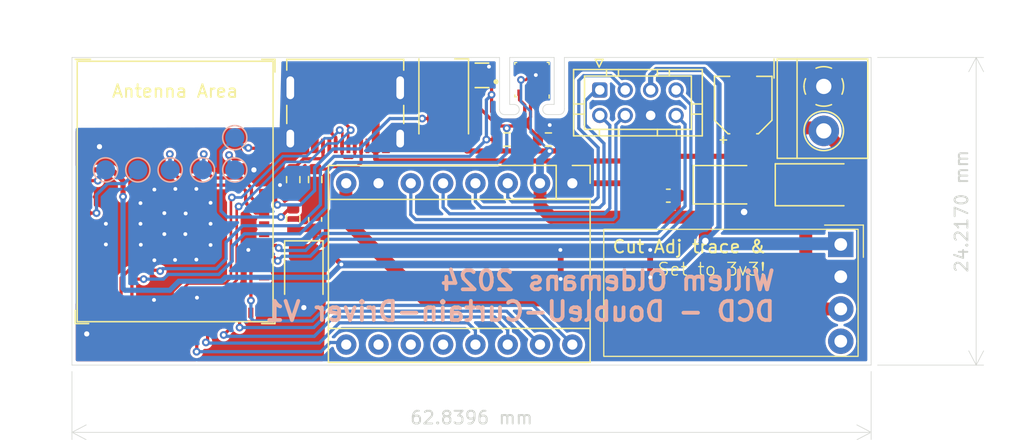
<source format=kicad_pcb>
(kicad_pcb
	(version 20240108)
	(generator "pcbnew")
	(generator_version "8.0")
	(general
		(thickness 1.6)
		(legacy_teardrops no)
	)
	(paper "A4")
	(layers
		(0 "F.Cu" signal)
		(31 "B.Cu" signal)
		(32 "B.Adhes" user "B.Adhesive")
		(33 "F.Adhes" user "F.Adhesive")
		(34 "B.Paste" user)
		(35 "F.Paste" user)
		(36 "B.SilkS" user "B.Silkscreen")
		(37 "F.SilkS" user "F.Silkscreen")
		(38 "B.Mask" user)
		(39 "F.Mask" user)
		(40 "Dwgs.User" user "User.Drawings")
		(41 "Cmts.User" user "User.Comments")
		(42 "Eco1.User" user "User.Eco1")
		(43 "Eco2.User" user "User.Eco2")
		(44 "Edge.Cuts" user)
		(45 "Margin" user)
		(46 "B.CrtYd" user "B.Courtyard")
		(47 "F.CrtYd" user "F.Courtyard")
		(48 "B.Fab" user)
		(49 "F.Fab" user)
		(50 "User.1" user)
		(51 "User.2" user)
		(52 "User.3" user)
		(53 "User.4" user)
		(54 "User.5" user)
		(55 "User.6" user)
		(56 "User.7" user)
		(57 "User.8" user)
		(58 "User.9" user)
	)
	(setup
		(stackup
			(layer "F.SilkS"
				(type "Top Silk Screen")
				(color "Black")
			)
			(layer "F.Paste"
				(type "Top Solder Paste")
			)
			(layer "F.Mask"
				(type "Top Solder Mask")
				(color "#FFFFFFFF")
				(thickness 0.01)
			)
			(layer "F.Cu"
				(type "copper")
				(thickness 0.035)
			)
			(layer "dielectric 1"
				(type "core")
				(thickness 1.51)
				(material "FR4")
				(epsilon_r 4.5)
				(loss_tangent 0.02)
			)
			(layer "B.Cu"
				(type "copper")
				(thickness 0.035)
			)
			(layer "B.Mask"
				(type "Bottom Solder Mask")
				(color "#FFFFFFFF")
				(thickness 0.01)
			)
			(layer "B.Paste"
				(type "Bottom Solder Paste")
			)
			(layer "B.SilkS"
				(type "Bottom Silk Screen")
				(color "Black")
			)
			(copper_finish "None")
			(dielectric_constraints no)
		)
		(pad_to_mask_clearance 0)
		(allow_soldermask_bridges_in_footprints no)
		(pcbplotparams
			(layerselection 0x00010fc_ffffffff)
			(plot_on_all_layers_selection 0x0000000_00000000)
			(disableapertmacros no)
			(usegerberextensions no)
			(usegerberattributes yes)
			(usegerberadvancedattributes yes)
			(creategerberjobfile yes)
			(dashed_line_dash_ratio 12.000000)
			(dashed_line_gap_ratio 3.000000)
			(svgprecision 4)
			(plotframeref no)
			(viasonmask no)
			(mode 1)
			(useauxorigin no)
			(hpglpennumber 1)
			(hpglpenspeed 20)
			(hpglpendiameter 15.000000)
			(pdf_front_fp_property_popups yes)
			(pdf_back_fp_property_popups yes)
			(dxfpolygonmode yes)
			(dxfimperialunits yes)
			(dxfusepcbnewfont yes)
			(psnegative no)
			(psa4output no)
			(plotreference yes)
			(plotvalue yes)
			(plotfptext yes)
			(plotinvisibletext no)
			(sketchpadsonfab no)
			(subtractmaskfromsilk no)
			(outputformat 1)
			(mirror no)
			(drillshape 1)
			(scaleselection 1)
			(outputdirectory "")
		)
	)
	(net 0 "")
	(net 1 "/STEP_STP")
	(net 2 "GND")
	(net 3 "/STEP_1A")
	(net 4 "/STEP_EN")
	(net 5 "+3V3")
	(net 6 "unconnected-(D1-DOUT-Pad1)")
	(net 7 "/LED_DATA")
	(net 8 "/STEP_1B")
	(net 9 "/STEP_2A")
	(net 10 "unconnected-(U1-IO7-Pad11)")
	(net 11 "unconnected-(U1-IO6-Pad10)")
	(net 12 "unconnected-(A1-MS2-Pad11)")
	(net 13 "/STEP_RST")
	(net 14 "/STEP_2B")
	(net 15 "unconnected-(A1-MS3-Pad12)")
	(net 16 "/STEP_DIR")
	(net 17 "/STEP_SLEEP")
	(net 18 "unconnected-(A1-MS1-Pad10)")
	(net 19 "/USB_N")
	(net 20 "/USB_P")
	(net 21 "+12V")
	(net 22 "/HAL_PULSE")
	(net 23 "/HAL_DIR")
	(net 24 "VBUS")
	(net 25 "unconnected-(U1-IO8-Pad12)")
	(net 26 "unconnected-(U1-IO9-Pad13)")
	(net 27 "unconnected-(U1-IO11-Pad15)")
	(net 28 "unconnected-(U1-IO1-Pad5)")
	(net 29 "unconnected-(U1-IO2-Pad6)")
	(net 30 "unconnected-(U1-IO13-Pad17)")
	(net 31 "unconnected-(U1-IO10-Pad14)")
	(net 32 "unconnected-(U1-IO5-Pad9)")
	(net 33 "unconnected-(U1-IO4-Pad8)")
	(net 34 "unconnected-(U1-IO36-Pad32)")
	(net 35 "/SDA")
	(net 36 "/TXD")
	(net 37 "/SCL")
	(net 38 "unconnected-(U1-IO35-Pad31)")
	(net 39 "unconnected-(U1-IO48-Pad30)")
	(net 40 "/RXD")
	(net 41 "unconnected-(U1-IO16-Pad20)")
	(net 42 "/GPIO0")
	(net 43 "unconnected-(U1-IO17-Pad21)")
	(net 44 "unconnected-(U1-IO47-Pad27)")
	(net 45 "unconnected-(U1-IO37-Pad33)")
	(net 46 "/GPIO46")
	(net 47 "unconnected-(U5-SDO-Pad5)")
	(net 48 "/GPIO3")
	(net 49 "unconnected-(U1-IO12-Pad16)")
	(net 50 "/EN")
	(net 51 "unconnected-(U4-NC-Pad4)")
	(net 52 "unconnected-(U4-INT-Pad2)")
	(net 53 "unconnected-(U1-IO18-Pad22)")
	(net 54 "unconnected-(U1-IO42-Pad38)")
	(net 55 "Net-(J5-CC2)")
	(net 56 "Net-(J5-CC1)")
	(net 57 "unconnected-(J5-SBU2-PadB8)")
	(net 58 "unconnected-(J5-SBU1-PadA8)")
	(net 59 "unconnected-(PS1-EN-Pad4)")
	(net 60 "unconnected-(U1-IO41-Pad37)")
	(footprint "TerminalBlock_4Ucon:TerminalBlock_4Ucon_1x02_P3.50mm_Horizontal" (layer "F.Cu") (at 140.2939 69.629 -90))
	(footprint "Connector_USB:USB_C_Receptacle_Molex_217179" (layer "F.Cu") (at 102.6668 71.006 180))
	(footprint "Module:Regulator module_3v3V_3A_THT" (layer "F.Cu") (at 132.9944 85.8774))
	(footprint "Resistor_SMD:R_0603_1608Metric" (layer "F.Cu") (at 115.3922 73.8124))
	(footprint "Capacitor_Tantalum_SMD:CP_EIA-3528-21_Kemet-B" (layer "F.Cu") (at 99.41 84.2425 -90))
	(footprint "Resistor_SMD:R_0603_1608Metric" (layer "F.Cu") (at 118.6434 73.8124))
	(footprint "Resistor_SMD:R_0603_1608Metric" (layer "F.Cu") (at 98.5774 80.0608 -90))
	(footprint "Capacitor_Tantalum_SMD:CP_EIA-3528-21_Kemet-B" (layer "F.Cu") (at 132.4864 77.3684))
	(footprint "Diode_SMD:D_SMA" (layer "F.Cu") (at 139.88 77.37))
	(footprint "Espressif:ESP32-S3-MINI-1" (layer "F.Cu") (at 89.2914 80.4484))
	(footprint "Capacitor_SMD:C_0603_1608Metric" (layer "F.Cu") (at 128.07 78.23 180))
	(footprint "LED_SMD:LED_SK6812MINI_PLCC4_3.5x3.5mm_P1.75mm" (layer "F.Cu") (at 110.41 70.41 -90))
	(footprint "Package_LGA:Bosch_LGA-8_2.5x2.5mm_P0.65mm_ClockwisePinNumbering" (layer "F.Cu") (at 117.348 69.1 180))
	(footprint "OptoDevice:Ams_TSL25911FN" (layer "F.Cu") (at 113.4175 68.7578 180))
	(footprint "Resistor_SMD:R_0603_1608Metric" (layer "F.Cu") (at 98.5774 76.962 -90))
	(footprint "Resistor_SMD:R_0603_1608Metric" (layer "F.Cu") (at 100.3046 76.962 -90))
	(footprint "Module:Pololu_Breakout-16_15.2x20.3mm" (layer "F.Cu") (at 120.523 77.2514 -90))
	(footprint "Capacitor_SMD:CP_Elec_4x5.4" (layer "F.Cu") (at 133.9596 71.0946 90))
	(footprint "Connector_JST:JST_PHD_B8B-PHDSS_2x04_P2.00mm_Vertical" (layer "F.Cu") (at 122.682 69.9107))
	(footprint "Capacitor_SMD:C_0603_1608Metric" (layer "F.Cu") (at 100.3 80.1 90))
	(footprint "TestPoint:TestPoint_Pad_D1.5mm" (layer "B.Cu") (at 88.9 76.2 180))
	(footprint "TestPoint:TestPoint_Pad_D1.5mm" (layer "B.Cu") (at 93.98 76.2 180))
	(footprint "TestPoint:TestPoint_Pad_D1.5mm" (layer "B.Cu") (at 86.36 76.2 180))
	(footprint "TestPoint:TestPoint_Pad_D1.5mm" (layer "B.Cu") (at 83.82 76.2 180))
	(footprint "TestPoint:TestPoint_Pad_D1.5mm" (layer "B.Cu") (at 91.44 76.2 180))
	(footprint "TestPoint:TestPoint_Pad_D1.5mm" (layer "B.Cu") (at 93.98 73.66 180))
	(gr_line
		(start 144.018 91.567)
		(end 144.018 67.35)
		(stroke
			(width 0.05)
			(type default)
		)
		(layer "Edge.Cuts")
		(uuid "0f7381b7-9019-412a-9444-8c5ab05ff073")
	)
	(gr_line
		(start 81.1784 91.567)
		(end 144.018 91.567)
		(stroke
			(width 0.05)
			(type default)
		)
		(layer "Edge.Cuts")
		(uuid "1662b304-e5c6-4323-91a8-01b4a835ff87")
	)
	(gr_arc
		(start 118.598 71.845135)
		(mid 118.197965 71.4451)
		(end 118.598 71.045135)
		(stroke
			(width 0.05)
			(type default)
		)
		(layer "Edge.Cuts")
		(uuid "4b7ee41c-be1c-401f-8f1b-c54600f5395c")
	)
	(gr_line
		(start 81.1784 91.567)
		(end 81.1784 67.35)
		(stroke
			(width 0.05)
			(type default)
		)
		(layer "Edge.Cuts")
		(uuid "5c8b505a-bb7c-4a18-ba43-9b59b6ee1373")
	)
	(gr_line
		(start 114.798 67.35)
		(end 114.798 71.45)
		(stroke
			(width 0.05)
			(type default)
		)
		(layer "Edge.Cuts")
		(uuid "5fa47b71-a98b-49f9-b5c7-34d7664f4bd8")
	)
	(gr_line
		(start 118.598 71.045135)
		(end 119.098 71.045135)
		(stroke
			(width 0.05)
			(type default)
		)
		(layer "Edge.Cuts")
		(uuid "648599f2-2b23-4307-b762-0b429b695dac")
	)
	(gr_arc
		(start 119.898 71.395135)
		(mid 119.798377 71.69998)
		(end 119.51238 71.845135)
		(stroke
			(width 0.05)
			(type default)
		)
		(layer "Edge.Cuts")
		(uuid "82275471-905d-4044-a11d-3c6cf41553bc")
	)
	(gr_line
		(start 119.098 67.35)
		(end 115.598 67.35)
		(stroke
			(width 0.05)
			(type default)
		)
		(layer "Edge.Cuts")
		(uuid "87762eea-8a93-43a4-8527-10d84353c24f")
	)
	(gr_line
		(start 119.898 67.35)
		(end 119.898 71.395135)
		(stroke
			(width 0.05)
			(type default)
		)
		(layer "Edge.Cuts")
		(uuid "9c9dc1f0-6a8c-4992-9c81-4d958a0a00a6")
	)
	(gr_line
		(start 119.51238 71.845135)
		(end 118.598 71.845135)
		(stroke
			(width 0.05)
			(type default)
		)
		(layer "Edge.Cuts")
		(uuid "a49d1697-385c-458f-b251-5856b15fe259")
	)
	(gr_line
		(start 115.948 71.05)
		(end 115.598 71.05)
		(stroke
			(width 0.05)
			(type default)
		)
		(layer "Edge.Cuts")
		(uuid "a94fab12-5ec2-4037-aebd-4f1c0870ad7a")
	)
	(gr_line
		(start 115.198 71.85)
		(end 115.948 71.85)
		(stroke
			(width 0.05)
			(type default)
		)
		(layer "Edge.Cuts")
		(uuid "afbea572-0c78-4b71-80ed-28b8e05b4b2a")
	)
	(gr_line
		(start 119.098 71.045135)
		(end 119.098 67.35)
		(stroke
			(width 0.05)
			(type default)
		)
		(layer "Edge.Cuts")
		(uuid "d3b01630-3053-4b8a-b9a3-1bbb69df3a69")
	)
	(gr_line
		(start 115.598 71.05)
		(end 115.598 67.35)
		(stroke
			(width 0.05)
			(type default)
		)
		(layer "Edge.Cuts")
		(uuid "d4025406-da3a-4422-8923-c2b53184d6dd")
	)
	(gr_arc
		(start 115.948 71.05)
		(mid 116.348 71.45)
		(end 115.948 71.85)
		(stroke
			(width 0.05)
			(type default)
		)
		(layer "Edge.Cuts")
		(uuid "e0874d3a-705a-4cdb-9f3f-8e4b478b270b")
	)
	(gr_arc
		(start 115.198 71.85)
		(mid 114.915157 71.732843)
		(end 114.798 71.45)
		(stroke
			(width 0.05)
			(type default)
		)
		(layer "Edge.Cuts")
		(uuid "e7377db4-ceaa-490c-a8ac-1b4738ecf95d")
	)
	(gr_line
		(start 144.018 67.35)
		(end 119.898 67.35)
		(stroke
			(width 0.05)
			(type default)
		)
		(layer "Edge.Cuts")
		(uuid "f6090eff-e4a4-4db1-9ef0-e9d1062fbeed")
	)
	(gr_line
		(start 114.798 67.35)
		(end 81.1784 67.35)
		(stroke
			(width 0.05)
			(type default)
		)
		(layer "Edge.Cuts")
		(uuid "fcc46d19-eb6e-4661-977e-1eb5f98f68f6")
	)
	(gr_text "Willem Oldemans 2024\nDCD - DoubleU-Curtain-Driver V1"
		(at 136.6012 88.2142 0)
		(layer "B.SilkS")
		(uuid "931c8843-ce7c-437f-bc10-eb2990d45165")
		(effects
			(font
				(size 1.5 1.5)
				(thickness 0.3)
				(bold yes)
			)
			(justify left bottom mirror)
		)
	)
	(dimension
		(type aligned)
		(layer "Edge.Cuts")
		(uuid "446f9656-57d9-44c9-8c67-739f5069f7b2")
		(pts
			(xy 81.1784 91.567) (xy 144.018 91.567)
		)
		(height 5.289999)
		(gr_text "2474.0000 mils"
			(at 112.5982 95.706999 0)
			(layer "Edge.Cuts")
			(uuid "446f9656-57d9-44c9-8c67-739f5069f7b2")
			(effects
				(font
					(size 1 1)
					(thickness 0.15)
				)
			)
		)
		(format
			(prefix "")
			(suffix "")
			(units 3)
			(units_format 1)
			(precision 4)
		)
		(style
			(thickness 0.05)
			(arrow_length 1.27)
			(text_position_mode 0)
			(extension_height 0.58642)
			(extension_offset 0.5) keep_text_aligned)
	)
	(dimension
		(type aligned)
		(layer "Edge.Cuts")
		(uuid "4c08de21-ceeb-4f2b-b74e-460e3fbadb7c")
		(pts
			(xy 144.018 91.567) (xy 144.018 67.35)
		)
		(height 8.26)
		(gr_text "953.4252 mils"
			(at 151.128 79.4585 90)
			(layer "Edge.Cuts")
			(uuid "4c08de21-ceeb-4f2b-b74e-460e3fbadb7c")
			(effects
				(font
					(size 1 1)
					(thickness 0.15)
				)
			)
		)
		(format
			(prefix "")
			(suffix "")
			(units 3)
			(units_format 1)
			(precision 4)
		)
		(style
			(thickness 0.05)
			(arrow_length 1.27)
			(text_position_mode 0)
			(extension_height 0.58642)
			(extension_offset 0.5) keep_text_aligned)
	)
	(segment
		(start 94.36 88.61)
		(end 94.36 87.4798)
		(width 0.254)
		(layer "F.Cu")
		(net 1)
		(uuid "a2c81a1d-ce48-41ca-bacc-7e12e3b9c20b")
	)
	(segment
		(start 94.36 87.4798)
		(end 94.3914 87.4484)
		(width 0.254)
		(layer "F.Cu")
		(net 1)
		(uuid "a3b099ab-35d2-4296-a1ea-59a4f762a11a")
	)
	(via
		(at 94.36 88.61)
		(size 0.6096)
		(drill 0.3048)
		(layers "F.Cu" "B.Cu")
		(net 1)
		(uuid "ec1b574c-cf60-4424-bb61-390e35be3c18")
	)
	(segment
		(start 94.36 88.61)
		(end 100.2 88.61)
		(width 0.254)
		(layer "B.Cu")
		(net 1)
		(uuid "59589500-14ae-4fba-9061-e016a41fb924")
	)
	(segment
		(start 100.2 88.61)
		(end 101.4872 87.3228)
		(width 0.254)
		(layer "B.Cu")
		(net 1)
		(uuid "6b25a267-66f8-4103-ad63-4ea970008967")
	)
	(segment
		(start 101.4872 87.3228)
		(end 115.3544 87.3228)
		(width 0.254)
		(layer "B.Cu")
		(net 1)
		(uuid "eb2f57c3-b8b8-4f4e-ab21-cee6fc8a80d8")
	)
	(segment
		(start 115.3544 87.3228)
		(end 117.983 89.9514)
		(width 0.254)
		(layer "B.Cu")
		(net 1)
		(uuid "ede5c077-878d-43f7-972b-131def7f7d6b")
	)
	(segment
		(start 87.503 76.1746)
		(end 87.503 76.327)
		(width 0.254)
		(layer "F.Cu")
		(net 2)
		(uuid "03a070be-d6e3-4695-b04d-780c99724b23")
	)
	(segment
		(start 118.322335 72.246735)
		(end 118.248187 72.246735)
		(width 0.2032)
		(layer "F.Cu")
		(net 2)
		(uuid "107decf7-448c-48dc-a0f6-80c1cfe91a54")
	)
	(segment
		(start 98.5774 77.787)
		(end 97.9038 77.787)
		(width 0.4064)
		(layer "F.Cu")
		(net 2)
		(uuid "13cc14ac-0172-4146-82f2-754570793d37")
	)
	(segment
		(start 140.2939 69.629)
		(end 133.9808 69.629)
		(width 1.016)
		(layer "F.Cu")
		(net 2)
		(uuid "140c0e80-e3f0-4ca8-8f96-f95a86d16118")
	)
	(segment
		(start 108.060999 68.66)
		(end 106.9868 69.734199)
		(width 0.4572)
		(layer "F.Cu")
		(net 2)
		(uuid "15510c4f-c8a6-4e4d-96f4-6f71f6771135")
	)
	(segment
		(start 97.536 77.4192)
		(end 97.536 77.3938)
		(width 0.4064)
		(layer "F.Cu")
		(net 2)
		(uuid "15cf4e7f-e6f6-49f9-8bbc-1afd88044d94")
	)
	(segment
		(start 97.9038 77.787)
		(end 97.536 77.4192)
		(width 0.4064)
		(layer "F.Cu")
		(net 2)
		(uuid "162c44f4-9a33-4116-9b16-8bbb8259206a")
	)
	(segment
		(start 98.7616 87.4484)
		(end 96.2914 87.4484)
		(width 0.4572)
		(layer "F.Cu")
		(net 2)
		(uuid "1d04515a-c38f-4839-8946-97635acbfc0b")
	)
	(segment
		(start 87.6414 78.7984)
		(end 86.5842 78.7984)
		(width 0.4572)
		(layer "F.Cu")
		(net 2)
		(uuid "1d819607-c5f0-4211-87f6-269481d9a37f")
	)
	(segment
		(start 140.1669 69.756)
		(end 140.2939 69.629)
		(width 0.6096)
		(layer "F.Cu")
		(net 2)
		(uuid "1e93f203-8471-4f77-8b12-4e4b1fdbe489")
	)
	(segment
		(start 90.9414 78.7984)
		(end 92.0706 78.7984)
		(width 0.4572)
		(layer "F.Cu")
		(net 2)
		(uuid "1ebe1a2b-2d3e-4fae-b85b-8cb6d91b78e3")
	)
	(segment
		(start 87.503 76.327)
		(end 87.6586 76.4826)
		(width 0.254)
		(layer "F.Cu")
		(net 2)
		(uuid "224c4d00-6c8f-4eb0-80c3-b197683eb915")
	)
	(segment
		(start 98.061 73.4484)
		(end 98.3468 73.7342)
		(width 0.254)
		(layer "F.Cu")
		(net 2)
		(uuid "2c01b4fa-547a-44cf-99b3-044c63effae4")
	)
	(segment
		(start 119.6086 82.5246)
		(end 119.5832 82.4992)
		(width 0.4572)
		(layer "F.Cu")
		(net 2)
		(uuid "30c222ee-d1af-40ea-878a-49b741b24468")
	)
	(segment
		(start 86.5974 82.0984)
		(end 86.5918 82.0928)
		(width 0.4572)
		(layer "F.Cu")
		(net 2)
		(uuid "3200bcfd-6c85-4ebe-a652-875c8e4d2d91")
	)
	(segment
		(start 98.921799 74.131399)
		(end 98.3468 73.5564)
		(width 0.4572)
		(layer "F.Cu")
		(net 2)
		(uuid "3644e35f-8311-4803-a52f-a7502e5c1740")
	)
	(segment
		(start 134.0239 77.3684)
		(end 134.0239 79.5039)
		(width 1.016)
		(layer "F.Cu")
		(net 2)
		(uuid "3b69fad9-24c1-47f1-ae9e-111caeb33451")
	)
	(segment
		(start 87.6414 82.0984)
		(end 86.5974 82.0984)
		(width 0.4572)
		(layer "F.Cu")
		(net 2)
		(uuid "3cbf49fc-16cb-476f-afc6-19d00ef50c91")
	)
	(segment
		(start 126.6444 84.6582)
		(end 126.6444 82.4992)
		(width 0.4572)
		(layer "F.Cu")
		(net 2)
		(uuid "44f31ab0-23ec-4819-b468-a0eaa3c3de1a")
	)
	(segment
		(start 83.3414 74.3712)
		(end 85.6996 74.3712)
		(width 0.254)
		(layer "F.Cu")
		(net 2)
		(uuid "4518ead5-368c-4288-9a33-a87ce65b5706")
	)
	(segment
		(start 106.411801 74.131399)
		(end 106.9868 73.5564)
		(width 0.4572)
		(layer "F.Cu")
		(net 2)
		(uuid "466a86ef-8450-4c71-9046-d48042cc9742")
	)
	(segment
		(start 89.2914 77.7168)
		(end 89.3096 77.6986)
		(width 0.4572)
		(layer "F.Cu")
		(net 2)
		(uuid "4683f34e-f26a-4ba3-9ed9-b47d4a278983")
	)
	(segment
		(start 97.536 77.3938)
		(end 97.5106 77.3938)
		(width 0.4064)
		(layer "F.Cu")
		(net 2)
		(uuid "4ae367fe-aa91-437e-91b5-785b6b87b00a")
	)
	(segment
		(start 83.3414 74.3712)
		(end 83.2142 74.4984)
		(width 0.4572)
		(layer "F.Cu")
		(net 2)
		(uuid "4bc0435c-c644-4832-add1-aae1d72fc202")
	)
	(segment
		(start 90.9414 82.0984)
		(end 90.9414 83.242)
		(width 0.4572)
		(layer "F.Cu")
		(net 2)
		(uuid "59d8cad2-cb80-4a3c-9493-a4a33ff82fac")
	)
	(segment
		(start 99.02 87.43)
		(end 98.78 87.43)
		(width 0.4572)
		(layer "F.Cu")
		(net 2)
		(uuid "5d0f0599-da98-4aaf-b81a-354dd094fce5")
	)
	(segment
		(start 83.3414 73.4484)
		(end 96.2914 73.4484)
		(width 0.4572)
		(layer "F.Cu")
		(net 2)
		(uuid "6017155f-ef76-429a-aeed-461115b389d6")
	)
	(segment
		(start 118.248187 72.246735)
		(end 117.666538 71.665086)
		(width 0.2032)
		(layer "F.Cu")
		(net 2)
		(uuid "60bbed70-718c-40de-b460-72caa903d1ba")
	)
	(segment
		(start 83.2142 74.4984)
		(end 82.2914 74.4984)
		(width 0.4572)
		(layer "F.Cu")
		(net 2)
		(uuid "61320601-8c0e-4c75-9f83-f95336bc0b52")
	)
	(segment
		(start 87.6414 77.7666)
		(end 87.6586 77.7494)
		(width 0.4572)
		(layer "F.Cu")
		(net 2)
		(uuid "628949c3-7465-48eb-a3f1-27cee0dc9534")
	)
	(segment
		(start 99.466801 74.131399)
		(end 98.921799 74.131399)
		(width 0.4572)
		(layer "F.Cu")
		(net 2)
		(uuid "630bc979-2aff-4e0e-a371-5fcf6d3322b4")
	)
	(segment
		(start 105.866801 74.131399)
		(end 106.411801 74.131399)
		(width 0.4572)
		(layer "F.Cu")
		(net 2)
		(uuid "6405888b-544f-45f7-9663-823ad3e20e2e")
	)
	(segment
		(start 89.2914 78.7984)
		(end 89.2914 82.0984)
		(width 0.4572)
		(layer "F.Cu")
		(net 2)
		(uuid "647f19c6-2a57-4006-8f6d-46468b7028bf")
	)
	(segment
		(start 87.6414 78.7984)
		(end 87.6414 77.7666)
		(width 0.4572)
		(layer "F.Cu")
		(net 2)
		(uuid "652bad82-91a2-4835-a1be-d6fa53acab9b")
	)
	(segment
		(start 85.6996 74.3712)
		(end 87.503 76.1746)
		(width 0.254)
		(layer "F.Cu")
		(net 2)
		(uuid "67dc49dd-0ee2-45d8-af08-86791a7afd76")
	)
	(segment
		(start 125.0814 77.2514)
		(end 120.523 77.2514)
		(width 0.4572)
		(layer "F.Cu")
		(net 2)
		(uuid "683b3ac3-79e3-4c35-a4de-b9543df9d970")
	)
	(segment
		(start 117.673 68.075)
		(end 117.673 68.7122)
		(width 0.2032)
		(layer "F.Cu")
		(net 2)
		(uuid "6a3c3525-ab49-435c-93cb-4461939d46aa")
	)
	(segment
		(start 82.3642 75.3484)
		(end 82.2914 75.3484)
		(width 0.4572)
		(layer "F.Cu")
		(net 2)
		(uuid "6c517625-5685-4621-9222-0eaf6229868d")
	)
	(segment
		(start 90.9414 77.7178)
		(end 90.9606 77.6986)
		(width 0.4572)
		(layer "F.Cu")
		(net 2)
		(uuid "71feeba1-7a02-44fa-ae1c-445c944a4277")
	)
	(segment
		(start 82.2914 89.0614)
		(end 82.34 89.11)
		(width 0.4572)
		(layer "F.Cu")
		(net 2)
		(uuid "73170a8c-0441-4c7f-8782-851722eef54e")
	)
	(segment
		(start 82.2914 87.4484)
		(end 82.2914 89.0614)
		(width 0.4572)
		(layer "F.Cu")
		(net 2)
		(uuid "74c59eee-dca0-4925-8a60-33e5945252c9")
	)
	(segment
		(start 95.485514 76.1984)
		(end 96.2914 76.1984)
		(width 0.4572)
		(layer "F.Cu")
		(net 2)
		(uuid "798f3393-6b47-4159-a9a0-db8fcaaf4e6c")
	)
	(segment
		(start 82.2914 75.3484)
		(end 82.2914 73.4484)
		(width 0.4572)
		(layer "F.Cu")
		(net 2)
		(uuid "79bd9fd8-7471-49e2-84f8-2ecca313e88e")
	)
	(segment
		(start 90.9414 83.242)
		(end 90.9606 83.2612)
		(width 0.4572)
		(layer "F.Cu")
		(net 2)
		(uuid "7a19295f-4483-4691-aa95-ba022b807187")
	)
	(segment
		(start 133.9808 69.629)
		(end 133.8072 69.8026)
		(width 1.016)
		(layer "F.Cu")
		(net 2)
		(uuid "7c1d4a5d-b192-4e77-b96b-26a3e2b4811a")
	)
	(segment
		(start 90.9414 82.1182)
		(end 92.0716 82.1182)
		(width 0.4572)
		(layer "F.Cu")
		(net 2)
		(uuid "7c1ff80f-07ed-4d56-b8df-377940f7da15")
	)
	(segment
		(start 96.2914 76.1984)
		(end 96.2914 76.66)
		(width 0.4572)
		(layer "F.Cu")
		(net 2)
		(uuid "7cb5db55-57d1-4e46-a65f-8046e47be9ca")
	)
	(segment
		(start 117.666538 71.225114)
		(end 118.323 70.568652)
		(width 0.2032)
		(layer "F.Cu")
		(net 2)
		(uuid "7efefd64-19c1-42ad-bdfd-24c6b56aa005")
	)
	(segment
		(start 87.6414 82.0984)
		(end 87.6414 83.2948)
		(width 0.4572)
		(layer "F.Cu")
		(net 2)
		(uuid "7f1c6e1b-5dd0-4bc9-b215-6f329768e8b5")
	)
	(segment
		(start 90.9414 80.4484)
		(end 92.0716 80.4484)
		(width 0.4572)
		(layer "F.Cu")
		(net 2)
		(uuid "829e82d4-e7e6-4eda-a67e-b6231ac74f1a")
	)
	(segment
		(start 97.1652 77.0484)
		(end 96.2914 77.0484)
		(width 0.4064)
		(layer "F.Cu")
		(net 2)
		(uuid "89525db6-0b80-4a19-a80c-33ab01b0a924")
	)
	(segment
		(start 90.9414 78.7984)
		(end 90.9414 77.7178)
		(width 0.4572)
		(layer "F.Cu")
		(net 2)
		(uuid "89b37466-477c-4544-a970-1322c8b2fb68")
	)
	(segment
		(start 119.6086 84.7852)
		(end 119.6086 82.5246)
		(width 0.4572)
		(layer "F.Cu")
		(net 2)
		(uuid "8c896939-e267-4394-852e-cc49d1f5c83d")
	)
	(segment
		(start 96.2914 76.66)
		(end 96.2914 77.0484)
		(width 0.4572)
		(layer "F.Cu")
		(net 2)
		(uuid "8dd4bc65-c7ee-4d2f-b0eb-43a2f4b6c1f6")
	)
	(segment
		(start 96.3454 87.5024)
		(end 96.2914 87.4484)
		(width 0.4572)
		(layer "F.Cu")
		(net 2)
		(uuid "93901639-9357-414f-abf4-f20e8579b704")
	)
	(segment
		(start 83.3414 73.4484)
		(end 82.2914 73.4484)
		(width 0.4572)
		(layer "F.Cu")
		(net 2)
		(uuid "994fd3a3-7042-48cb-a061-3cad3a1a5b30")
	)
	(segment
		(start 134.0239 79.5039)
		(end 134.03 79.51)
		(width 1.016)
		(layer "F.Cu")
		(net 2)
		(uuid "995dd47a-48e2-4672-a656-cb24e5ab5a33")
	)
	(segment
		(start 86.573 80.4484)
		(end 86.5664 80.4418)
		(width 0.4572)
		(layer "F.Cu")
		(net 2)
		(uuid "99f7322c-febc-43d1-b877-3df28ad31103")
	)
	(segment
		(start 117.673 68.7122)
		(end 117.6528 68.7324)
		(width 0.2032)
		(layer "F.Cu")
		(net 2)
		(uuid "9ee5fb09-b866-482a-b19d-cf474a07634d")
	)
	(segment
		(start 100.3046 79.3204)
		(end 100.3 79.325)
		(width 0.4572)
		(layer "F.Cu")
		(net 2)
		(uuid "a342a31c-2cfc-4a29-8925-9b8d72a46425")
	)
	(segment
		(start 100.3046 77.787)
		(end 98.5774 77.787)
		(width 0.4572)
		(layer "F.Cu")
		(net 2)
		(uuid "a7de720a-19c1-4872-81a4-7b9573dfe259")
	)
	(segment
		(start 87.6414 78.7984)
		(end 87.6414 82.0984)
		(width 0.4572)
		(layer "F.Cu")
		(net 2)
		(uuid "af75d228-415c-441e-9552-19cb3c387c05")
	)
	(segment
		(start 89.2914 78.7984)
		(end 89.2914 77.7168)
		(width 0.4572)
		(layer "F.Cu")
		(net 2)
		(uuid "b2f1f9b9-4b51-4478-b0bd-5674789b3b02")
	)
	(segment
		(start 127.295 78.23)
		(end 126.06 78.23)
		(width 0.4572)
		(layer "F.Cu")
		(net 2)
		(uuid "b403051a-134c-42e5-b8ca-69380d1e17aa")
	)
	(segment
		(start 96.2914 73.4484)
		(end 98.061 73.4484)
		(width 0.254)
		(layer "F.Cu")
		(net 2)
		(uuid "b854ae9e-f323-4967-becc-15826d1c0ab3")
	)
	(segment
		(start 86.5842 78.7984)
		(end 86.5664 78.8162)
		(width 0.4572)
		(layer "F.Cu")
		(net 2)
		(uuid "b8cbaf56-3e57-42b8-955c-adace5c92cf0")
	)
	(segment
		(start 90.9414 80.4484)
		(end 87.6414 80.4484)
		(width 0.4572)
		(layer "F.Cu")
		(net 2)
		(uuid "b96ab083-0942-4078-aed0-27fbf34ad37a")
	)
	(segment
		(start 83.3414 74.3712)
		(end 83.3414 73.4484)
		(width 0.4572)
		(layer "F.Cu")
		(net 2)
		(uuid "bbac4315-38e9-491b-8cc8-0c6158e41253")
	)
	(segment
		(start 118.323 70.568652)
		(end 118.323 70.125)
		(width 0.2032)
		(layer "F.Cu")
		(net 2)
		(uuid "bc85036f-8b0c-4a2b-84c9-b59fe98e1d23")
	)
	(segment
		(start 109.535 68.66)
		(end 108.060999 68.66)
		(width 0.4572)
		(layer "F.Cu")
		(net 2)
		(uuid "bd84be86-67c2-453e-93fd-7a3f1f2dbe04")
	)
	(segment
		(start 87.6586 76.4826)
		(end 87.6586 77.7494)
		(width 0.254)
		(layer "F.Cu")
		(net 2)
		(uuid "bed06315-28e4-41e6-9541-e0344ef028f3")
	)
	(segment
		(start 90.9414 78.7984)
		(end 87.6414 78.7984)
		(width 0.4572)
		(layer "F.Cu")
		(net 2)
		(uuid "bfc202be-2864-4456-94a4-2b56f8d1f247")
	)
	(segment
		(start 99.41 87.04)
		(end 99.02 87.43)
		(width 0.4572)
		(layer "F.Cu")
		(net 2)
		(uuid "bfe25004-e046-4886-ba01-e873e438e025")
	)
	(segment
		(start 113.7075 68.2578)
		(end 113.9698 68.072)
		(width 0.254)
		(layer "F.Cu")
		(net 2)
		(uuid "c25f9ced-cf48-49be-b9db-13d694e73ddc")
	)
	(segment
		(start 126.06 78.23)
		(end 125.0814 77.2514)
		(width 0.4572)
		(layer "F.Cu")
		(net 2)
		(uuid "c5faf8a3-dd20-4e0f-a842-af7349f257b3")
	)
	(segment
		(start 133.604 70.082)
		(end 133.93 69.756)
		(width 0.6096)
		(layer "F.Cu")
		(net 2)
		(uuid "c92abb08-125f-43d6-a19c-ac8434d901bd")
	)
	(segment
		(start 90.9414 82.0984)
		(end 87.6414 82.0984)
		(width 0.4572)
		(layer "F.Cu")
		(net 2)
		(uuid "c9d6f970-c08b-4781-8237-632a27e120c2")
	)
	(segment
		(start 87.6414 83.2948)
		(end 87.6586 83.312)
		(width 0.4572)
		(layer "F.Cu")
		(net 2)
		(uuid "cb76ae57-efc1-4b21-aa59-0957f4b09d58")
	)
	(segment
		(start 89.2914 82.0984)
		(end 89.2914 83.2794)
		(width 0.4572)
		(layer "F.Cu")
		(net 2)
		(uuid "cc72c340-c515-44c0-8c1a-811a36c81c28")
	)
	(segment
		(start 117.666538 71.665086)
		(end 117.666538 71.225114)
		(width 0.2032)
		(layer "F.Cu")
		(net 2)
		(uuid "cccc8411-abcb-48e6-bc35-4fc5a0bbae80")
	)
	(segment
		(start 89.2914 83.2794)
		(end 89.2842 83.2866)
		(width 0.4572)
		(layer "F.Cu")
		(net 2)
		(uuid "d108f252-09ba-4b9a-8dcd-6727f5ecff96")
	)
	(segment
		(start 97.5106 77.3938)
		(end 97.1652 77.0484)
		(width 0.4064)
		(layer "F.Cu")
		(net 2)
		(uuid "e0aea253-77a9-403e-bb82-1bcf136247a0")
	)
	(segment
		(start 90.9414 82.0984)
		(end 90.9414 78.7984)
		(width 0.4572)
		(layer "F.Cu")
		(net 2)
		(uuid "e10d6432-7939-4f85-bd41-1672c9e107f3")
	)
	(segment
		(start 118.745 72.6694)
		(end 118.322335 72.246735)
		(width 0.2032)
		(layer "F.Cu")
		(net 2)
		(uuid "e869260f-781e-4a50-b733-7ad76dc8e43f")
	)
	(segment
		(start 100.3046 77.787)
		(end 100.3046 79.3204)
		(width 0.4572)
		(layer "F.Cu")
		(net 2)
		(uuid "e9a4df50-a32e-426f-ab63-eee4855a61f0")
	)
	(segment
		(start 87.6414 80.4484)
		(end 86.573 80.4484)
		(width 0.4572)
		(layer "F.Cu")
		(net 2)
		(uuid "ecb178c2-5e1e-415b-baa1-1c161c32166f")
	)
	(segment
		(start 92.0716 80.4484)
		(end 92.0782 80.4418)
		(width 0.4572)
		(layer "F.Cu")
		(net 2)
		(uuid "ecbd9783-87f5-4f46-afee-8f651511da17")
	)
	(segment
		(start 99.41 85.78)
		(end 99.41 87.04)
		(width 0.4572)
		(layer "F.Cu")
		(net 2)
		(uuid "f3f6145b-fe19-445d-874d-21627f13f295")
	)
	(segment
		(start 98.78 87.43)
		(end 98.7616 87.4484)
		(width 0.4572)
		(layer "F.Cu")
		(net 2)
		(uuid "f546e6c1-f890-48f8-93ae-1bf3a7312d40")
	)
	(segment
		(start 83.3414 74.3712)
		(end 82.3642 75.3484)
		(width 0.4572)
		(layer "F.Cu")
		(net 2)
		(uuid "f73ac03e-4c1d-473c-a27b-c9db6bac3bda")
	)
	(segment
		(start 92.0706 78.7984)
		(end 92.0782 78.7908)
		(width 0.4572)
		(layer "F.Cu")
		(net 2)
		(uuid "fc1b29ed-38d2-4679-965e-3cdf5b839fa3")
	)
	(via
		(at 90.9606 77.6986)
		(size 0.6)
		(drill 0.3)
		(layers "F.Cu" "B.Cu")
		(net 2)
		(uuid "0290a33c-55c9-4609-97ad-acd90f44d308")
	)
	(via
		(at 126.6444 84.6582)
		(size 0.6096)
		(drill 0.3048)
		(layers "F.Cu" "B.Cu")
		(free yes)
		(net 2)
		(uuid "065425f3-041e-41a4-af70-5f16a5d1e0fe")
	)
	(via
		(at 87.6586 77.7494)
		(size 0.6)
		(drill 0.3)
		(layers "F.Cu" "B.Cu")
		(net 2)
		(uuid "0ad25dcb-d479-47c4-8b00-3b4f0fde8a95")
	)
	(via
		(at 89.2842 83.2866)
		(size 0.6)
		(drill 0.3)
		(layers "F.Cu" "B.Cu")
		(net 2)
		(uuid "0f7541e8-95c6-44b8-922e-fa17f9734879")
	)
	(via
		(at 86.5664 78.8162)
		(size 0.6)
		(drill 0.3)
		(layers "F.Cu" "B.Cu")
		(net 2)
		(uuid "1379ed8d-cd69-48f1-8880-ddabb41aacd5")
	)
	(via
		(at 86.5664 80.4418)
		(size 0.6)
		(drill 0.3)
		(layers "F.Cu" "B.Cu")
		(net 2)
		(uuid "28252334-ece3-42cc-a8f9-a71390cf07c3")
	)
	(via
		(at 118.745 72.6694)
		(size 0.6)
		(drill 0.3)
		(layers "F.Cu" "B.Cu")
		(net 2)
		(uuid "2885872e-d9d7-4f93-8910-ba252f621aff")
	)
	(via
		(at 83.3414 74.3712)
		(size 0.8128)
		(drill 0.4064)
		(layers "F.Cu" "B.Cu")
		(net 2)
		(uuid "38994e11-996a-48ed-8c3c-1157c66eb296")
	)
	(via
		(at 92.0782 82.1116)
		(size 0.6)
		(drill 0.3)
		(layers "F.Cu" "B.Cu")
		(net 2)
		(uuid "3eccbad1-51fe-4cd5-881b-788dbbd6d1ab")
	)
	(via
		(at 126.6444 82.4992)
		(size 0.6096)
		(drill 0.3048)
		(layers "F.Cu" "B.Cu")
		(free yes)
		(net 2)
		(uuid "41ea2494-f45d-4b6a-8985-2886e0f282ce")
	)
	(via
		(at 90.0938 81.2546)
		(size 0.6096)
		(drill 0.3048)
		(layers "F.Cu" "B.Cu")
		(free yes)
		(net 2)
		(uuid "437ddf1f-3734-482f-8df0-5740cad6e1d0")
	)
	(via
		(at 119.5832 82.4992)
		(size 0.6096)
		(drill 0.3048)
		(layers "F.Cu" "B.Cu")
		(free yes)
		(net 2)
		(uuid "466445c4-cdb0-402d-a70e-9e282632560a")
	)
	(via
		(at 91.0082 86.2584)
		(size 0.6096)
		(drill 0.3048)
		(layers "F.Cu" "B.Cu")
		(free yes)
		(net 2)
		(uuid "5a12bb77-4f4f-4558-b8fd-c60a5368e7d8")
	)
	(via
		(at 88.4428 81.2546)
		(size 0.6096)
		(drill 0.3048)
		(layers "F.Cu" "B.Cu")
		(free yes)
		(net 2)
		(uuid "5bf3efcd-5739-421c-a2a2-40ae2506195d")
	)
	(via
		(at 90.1192 79.629)
		(size 0.6096)
		(drill 0.3048)
		(layers "F.Cu" "B.Cu")
		(free yes)
		(net 2)
		(uuid "5f2f3cef-ed80-40b2-a99a-9dd3d197d9fd")
	)
	(via
		(at 99.41 87.04)
		(size 0.8128)
		(drill 0.4064)
		(layers "F.Cu" "B.Cu")
		(net 2)
		(uuid "62c0a47d-c468-4f64-99eb-128e084bc8c3")
	)
	(via
		(at 87.63 86.4362)
		(size 0.6096)
		(drill 0.3048)
		(layers "F.Cu" "B.Cu")
		(free yes)
		(net 2)
		(uuid "6313710b-8169-43b6-9154-aceb61ad5d4e")
	)
	(via
		(at 86.5918 82.0928)
		(size 0.6)
		(drill 0.3)
		(layers "F.Cu" "B.Cu")
		(net 2)
		(uuid "637734bc-4382-4e92-bf0f-c82697ca8b92")
	)
	(via
		(at 88.4428 79.6036)
		(size 0.6096)
		(drill 0.3048)
		(layers "F.Cu" "B.Cu")
		(free yes)
		(net 2)
		(uuid "66c2983b-2b17-43a0-86bc-528eae94fb85")
	)
	(via
		(at 90.9606 83.2612)
		(size 0.6)
		(drill 0.3)
		(layers "F.Cu" "B.Cu")
		(net 2)
		(uuid "73e6ea23-209e-4c13-9172-85b8c6ade16b")
	)
	(via
		(at 92.0782 78.7908)
		(size 0.6)
		(drill 0.3)
		(layers "F.Cu" "B.Cu")
		(net 2)
		(uuid "7730c12f-cdd5-4d9a-8680-d98838ecd4a4")
	)
	(via
		(at 134.03 79.51)
		(size 1.016)
		(drill 0.508)
		(layers "F.Cu" "B.Cu")
		(net 2)
		(uuid "7dbb3b08-654f-4a7a-8119-3dbbd60bede8")
	)
	(via
		(at 83.8454 82.0674)
		(size 0.6096)
		(drill 0.3048)
		(layers "F.Cu" "B.Cu")
		(free yes)
		(net 2)
		(uuid "81024c23-7883-471e-8053-84ed87e44a1a")
	)
	(via
		(at 97.536 77.3938)
		(size 0.6096)
		(drill 0.3048)
		(layers "F.Cu" "B.Cu")
		(net 2)
		(uuid "87d71606-7ca4-4951-b43d-f60b8a199017")
	)
	(via
		(at 92.0782 80.4418)
		(size 0.6)
		(drill 0.3)
		(layers "F.Cu" "B.Cu")
		(net 2)
		(uuid "8fb1f619-732b-4959-9f98-ccc31bd0d0ed")
	)
	(via
		(at 83.8454 80.4418)
		(size 0.6096)
		(drill 0.3048)
		(layers "F.Cu" "B.Cu")
		(free yes)
		(net 2)
		(uuid "b8cf8459-764e-4017-b8d9-e78a3bf737ea")
	)
	(via
		(at 87.6586 83.312)
		(size 0.6)
		(drill 0.3)
		(layers "F.Cu" "B.Cu")
		(net 2)
		(uuid "ba3735f8-c749-4546-8b45-173d150b74d7")
	)
	(via
		(at 95.485514 76.1984)
		(size 0.8128)
		(drill 0.4064)
		(layers "F.Cu" "B.Cu")
		(net 2)
		(uuid "baac0621-8784-4e5c-bc34-0f68256cf4cb")
	)
	(via
		(at 89.3096 77.6986)
		(size 0.6)
		(drill 0.3)
		(layers "F.Cu" "B.Cu")
		(net 2)
		(uuid "c1b9fc27-39e4-4fad-ba64-f8f4e5b34ea2")
	)
	(via
		(at 119.6086 84.7852)
		(size 0.6096)
		(drill 0.3048)
		(layers "F.Cu" "B.Cu")
		(free yes)
		(net 2)
		(uuid "c3f2a175-4ed2-4a13-a9f0-0328897030f0")
	)
	(via
		(at 82.34 89.11)
		(size 0.8128)
		(drill 0.4064)
		(layers "F.Cu" "B.Cu")
		(net 2)
		(uuid "d85645d8-855a-43cc-9d73-ea4d0960fc56")
	)
	(via
		(at 117.6528 68.7324)
		(size 0.6)
		(drill 0.3)
		(layers "F.Cu" "B.Cu")
		(net 2)
		(uuid "df9ddd23-bd41-4889-841a-eb088dc9cd34")
	)
	(via
		(at 113.9698 68.072)
		(size 0.6)
		(drill 0.3)
		(layers "F.Cu" "B.Cu")
		(net 2)
		(uuid "e6e8bbb8-d5a2-4bf7-bf41-c8d11857d6e0")
	)
	(via
		(at 95.0468 82.4992)
		(size 0.6096)
		(drill 0.3048)
		(layers "F.Cu" "B.Cu")
		(free yes)
		(net 2)
		(uuid "fa76381d-5232-4766-88ce-fba1a612c34a")
	)
	(segment
		(start 117.6528 71.651348)
		(end 117.6528 68.7324)
		(width 0.2032)
		(layer "B.Cu")
		(net 2)
		(uuid "0ae600a8-8094-47cc-9809-bce8977d6e53")
	)
	(segment
		(start 118.745 72.6694)
		(end 118.322335 72.246735)
		(width 0.2032)
		(layer "B.Cu")
		(net 2)
		(uuid "4f2a0960-8062-4711-8a60-a3000fb34e8e")
	)
	(segment
		(start 118.322335 72.246735)
		(end 118.248187 72.246735)
		(width 0.2032)
		(layer "B.Cu")
		(net 2)
		(uuid "633de93a-2294-4c1e-ae2d-2ca337f74bf6")
	)
	(segment
		(start 118.248187 72.246735)
		(end 117.6528 71.651348)
		(width 0.2032)
		(layer "B.Cu")
		(net 2)
		(uuid "9d6c2c14-f453-4c16-b750-9af98cc26b9d")
	)
	(segment
		(start 123.0122 74.1172)
		(end 123.0122 78.8162)
		(width 0.254)
		(layer "B.Cu")
		(net 3)
		(uuid "08a476b9-7fcb-4a1b-b624-d56210177565")
	)
	(segment
		(start 122.3927 69.9107)
		(end 121.539 70.7644)
		(width 0.254)
		(layer "B.Cu")
		(net 3)
		(uuid "21c7b642-1557-4fde-8bc0-0bcb766e7a4c")
	)
	(segment
		(start 112.903 78.6892)
		(end 112.903 77.2514)
		(width 0.254)
		(layer "B.Cu")
		(net 3)
		(uuid "5f303016-da49-449b-92d7-2729a5a6d3cb")
	)
	(segment
		(start 123.0122 78.8162)
		(end 122.6566 79.1718)
		(width 0.254)
		(layer "B.Cu")
		(net 3)
		(uuid "832a6e8d-38ad-470f-a8fc-d61fab63ca47")
	)
	(segment
		(start 113.3856 79.1718)
		(end 112.903 78.6892)
		(width 0.254)
		(layer "B.Cu")
		(net 3)
		(uuid "8549d4a7-9192-4067-b7cd-c8ce90dcc64b")
	)
	(segment
		(start 122.6566 79.1718)
		(end 113.3856 79.1718)
		(width 0.254)
		(layer "B.Cu")
		(net 3)
		(uuid "a50a3254-3f96-4e8a-8dfb-5819851d3191")
	)
	(segment
		(start 122.682 69.9107)
		(end 122.3927 69.9107)
		(width 0.254)
		(layer "B.Cu")
		(net 3)
		(uuid "a812827b-e365-44da-97be-8bc12d7abbd8")
	)
	(segment
		(start 121.539 70.7644)
		(end 121.539 72.644)
		(width 0.254)
		(layer "B.Cu")
		(net 3)
		(uuid "e515006e-2680-4280-b230-79af9fb8bef9")
	)
	(segment
		(start 121.539 72.644)
		(end 123.0122 74.1172)
		(width 0.254)
		(layer "B.Cu")
		(net 3)
		(uuid "ed3a6572-3af3-4079-ad52-756300bb18c5")
	)
	(segment
		(start 90.9914 90.4986)
		(end 90.9914 87.4484)
		(width 0.254)
		(layer "F.Cu")
		(net 4)
		(uuid "b4e8ac2a-8e23-4b38-a466-964417b870b9")
	)
	(segment
		(start 90.98 90.51)
		(end 90.9914 90.4986)
		(width 0.254)
		(layer "F.Cu")
		(net 4)
		(uuid "f333d368-7dd6-4a56-94b3-2d40a6c40951")
	)
	(via
		(at 90.98 90.51)
		(size 0.6096)
		(drill 0.3048)
		(layers "F.Cu" "B.Cu")
		(net 4)
		(uuid "88794fc8-37a8-4ba6-b32d-dccca9a1add4")
	)
	(segment
		(start 102.5806 89.789)
		(end 102.743 89.9514)
		(width 0.254)
		(layer "B.Cu")
		(net 4)
		(uuid "492fd850-9529-4d63-ad22-1f7604899269")
	)
	(segment
		(start 101.473 89.789)
		(end 102.5806 89.789)
		(width 0.254)
		(layer "B.Cu")
		(net 4)
		(uuid "91d98b45-5ee0-47be-a9e9-c544657b76ae")
	)
	(segment
		(start 90.98 90.51)
		(end 100.752 90.51)
		(width 0.254)
		(layer "B.Cu")
		(net 4)
		(uuid "9ec53e7f-00c2-45b9-888d-6d197a87b1f6")
	)
	(segment
		(start 100.752 90.51)
		(end 101.473 89.789)
		(width 0.254)
		(layer "B.Cu")
		(net 4)
		(uuid "ba6f603a-050e-42bf-8b3b-975e23c3776f")
	)
	(segment
		(start 117.8052 77.0736)
		(end 117.983 77.2514)
		(width 0.4064)
		(layer "F.Cu")
		(net 5)
		(uuid "083a9c23-bb85-40e0-82a4-d6b10b2efd6a")
	)
	(segment
		(start 130.98 79.9338)
		(end 130.9662 79.92)
		(width 1.016)
		(layer "F.Cu")
		(net 5)
		(uuid "0b2bd463-8d90-4cdc-9b51-b73a66b85289")
	)
	(segment
		(start 118.323 68.917517)
		(end 118.323 68.075)
		(width 0.2032)
		(layer "F.Cu")
		(net 5)
		(uuid "0e301211-492f-4b32-a881-b877ae2102a7")
	)
	(segment
		(start 112.909988 68.7578)
		(end 113.1275 68.7578)
		(width 0.254)
		(layer "F.Cu")
		(net 5)
		(uuid "12772803-6885-4a06-8e41-740795818e4e")
	)
	(segment
		(start 116.24 74.71)
		(end 119.21 74.71)
		(width 0.4064)
		(layer "F.Cu")
		(net 5)
		(uuid "17106cbc-f5a0-48ad-a6ed-3f6959d918f1")
	)
	(segment
		(start 117.6528 69.3372)
		(end 117.903317 69.3372)
		(width 0.2032)
		(layer "F.Cu")
		(net 5)
		(uuid "2a47b63e-7042-40cd-a15a-98d3c3568e16")
	)
	(segment
		(start 112.4622 68.7578)
		(end 112.26 68.96)
		(width 0.254)
		(layer "F.Cu")
		(net 5)
		(uuid "2d6b18b0-9d8a-49a3-9959-110c6528f238")
	)
	(segment
		(start 112.23 74.71)
		(end 111.285 73.765)
		(width 0.4064)
		(layer "F.Cu")
		(net 5)
		(uuid "3079657d-d735-4232-b864-0cabe4834f03")
	)
	(segment
		(start 117.402283 69.3372)
		(end 117.6528 69.3372)
		(width 0.2032)
		(layer "F.Cu")
		(net 5)
		(uuid "35081949-f5d6-48e8-85da-73887193b7b6")
	)
	(segment
		(start 117.023 68.957917)
		(end 116.867517 69.1134)
		(width 0.2032)
		(layer "F.Cu")
		(net 5)
		(uuid "3984619e-43d5-4abe-a0cf-d05fcdc1432e")
	)
	(segment
		(start 111.285 73.765)
		(end 111.285 72.16)
		(width 0.4064)
		(layer "F.Cu")
		(net 5)
		(uuid "39eda872-d79c-4a1c-86e8-d51308ac6b5d")
	)
	(segment
		(start 112.26 68.96)
		(end 112.26 70)
		(width 0.254)
		(layer "F.Cu")
		(net 5)
		(uuid "43568aa3-ee1c-47d7-a2b5-e432a27044d2")
	)
	(segment
		(start 100.3 80.875)
		(end 100.3 81.815)
		(width 0.4064)
		(layer "F.Cu")
		(net 5)
		(uuid "5147e2f2-afe8-4f19-b0a1-5a501e87b3c9")
	)
	(segment
		(start 116.2172 74.6872)
		(end 116.24 74.71)
		(width 0.4064)
		(layer "F.Cu")
		(net 5)
		(uuid "51a22c60-c1b9-49ca-9be1-348deb15caa8")
	)
	(segment
		(start 130.98 77.3995)
		(end 130.9489 77.3684)
		(width 1.016)
		(layer "F.Cu")
		(net 5)
		(uuid "51aa8ab4-10c2-4a4d-9629-59cc02f6188c")
	)
	(segment
		(start 100.78 82.71)
		(end 100.775 82.705)
		(width 0.4064)
		(layer "F.Cu")
		(net 5)
		(uuid "5b9b4488-1e14-4977-881b-2dd089d8e593")
	)
	(segment
		(start 117.023 68.075)
		(end 117.023 68.957917)
		(width 0.2032)
		(layer "F.Cu")
		(net 5)
		(uuid "5fc2af60-45f0-477f-9cae-99d35221e8f2")
	)
	(segment
		(start 113.1275 68.7578)
		(end 112.4622 68.7578)
		(width 0.254)
		(layer "F.Cu")
		(net 5)
		(uuid "61c4dcf9-5411-4b0b-b1b2-5d683898ab48")
	)
	(segment
		(start 84.3296 76.1984)
		(end 82.2914 76.1984)
		(width 0.4064)
		(layer "F.Cu")
		(net 5)
		(uuid "6268b193-82ac-4417-a65d-cb23c9a01dec")
	)
	(segment
		(start 112.901988 68.7658)
		(end 112.909988 68.7578)
		(width 0.254)
		(layer "F.Cu")
		(net 5)
		(uuid "6440c59a-4b77-4e33-8e12-c29c53fd7167")
	)
	(segment
		(start 128.845 78.23)
		(end 128.845 79.895)
		(width 0.4064)
		(layer "F.Cu")
		(net 5)
		(uuid "6933ddbe-1809-4723-9ea2-3891e4975fb5")
	)
	(segment
		(start 101.4298 82.71)
		(end 100.78 82.71)
		(width 0.4064)
		(layer "F.Cu")
		(net 5)
		(uuid "6961ae31-0c80-4d06-a5dd-9751d3e088ec")
	)
	(segment
		(start 98.5774 80.8858)
		(end 100.2892 80.8858)
		(width 0.4064)
		(layer "F.Cu")
		(net 5)
		(uuid "6cf8fa28-bf45-4b8e-9932-6d7c4c496467")
	)
	(segment
		(start 102.362 83.6422)
		(end 101.4298 82.71)
		(width 0.4064)
		(layer "F.Cu")
		(net 5)
		(uuid "77873335-cdd3-4167-a957-e1f19c87b7e4")
	)
	(segment
		(start 117.673 70.125)
		(end 117.673 69.3574)
		(width 0.2032)
		(layer "F.Cu")
		(net 5)
		(uuid "7bbaec45-b8f3-4549-963a-53f7cb3ed82c")
	)
	(segment
		(start 130.9662 79.92)
		(end 128.82 79.92)
		(width 1.016)
		(layer "F.Cu")
		(net 5)
		(uuid "81a7067c-9e74-48e6-b9d0-f391f6d04d73")
	)
	(segment
		(start 116.2172 73.8124)
		(end 116.2172 74.6872)
		(width 0.4064)
		(layer "F.Cu")
		(net 5)
		(uuid "8666c71c-2912-4354-8ce7-80f45a95b176")
	)
	(segment
		(start 100.775 82.705)
		(end 99.41 82.705)
		(width 0.4064)
		(layer "F.Cu")
		(net 5)
		(uuid "8e671b50-52fe-4330-ac2e-3e2fa65f83c4")
	)
	(segment
		(start 112.26 70)
		(end 111.285 70.975)
		(width 0.254)
		(layer "F.Cu")
		(net 5)
		(uuid "96375fd4-6558-4dd8-b5f3-aacf7c13a8da")
	)
	(segment
		(start 100.3 81.815)
		(end 99.41 82.705)
		(width 0.4064)
		(layer "F.Cu")
		(net 5)
		(uuid "9b40fe68-0173-4153-af56-d59accf00907")
	)
	(segment
		(start 85.1948 77.0636)
		(end 84.3296 76.1984)
		(width 0.4064)
		(layer "F.Cu")
		(net 5)
		(uuid "a6de163f-a6e5-42a4-a1c9-782ef6bd05bc")
	)
	(segment
		(start 119.21 74.71)
		(end 119.4684 74.4516)
		(width 0.4064)
		(layer "F.Cu")
		(net 5)
		(uuid "aeb6dd90-0ea6-4fb1-8074-9196f3bf5cc4")
	)
	(segment
		(start 117.983 79.053)
		(end 117.983 77.2514)
		(width 1.016)
		(layer "F.Cu")
		(net 5)
		(uuid "afab88f4-f4d0-4534-bdf9-e1b41b2b9746")
	)
	(segment
		(start 111.285 70.975)
		(end 111.285 72.16)
		(width 0.254)
		(layer "F.Cu")
		(net 5)
		(uuid "bb023e1f-02ee-4de3-b840-abe0908e5524")
	)
	(segment
		(start 128.845 77.8926)
		(end 128.845 78.23)
		(width 0.4064)
		(layer "F.Cu")
		(net 5)
		(uuid "bc6d2e70-cf60-4f07-806d-b3ede59ce890")
	)
	(segment
		(start 100.2892 80.8858)
		(end 100.3 80.875)
		(width 0.4064)
		(layer "F.Cu")
		(net 5)
		(uuid "bf50bf7d-b39c-401a-ad00-6055372b1e86")
	)
	(segment
		(start 117.903317 69.3372)
		(end 118.323 68.917517)
		(width 0.2032)
		(layer "F.Cu")
		(net 5)
		(uuid "c2589c83-3934-4f53-8603-b7998ae5e5d5")
	)
	(segment
		(start 119.4684 74.4516)
		(end 119.4684 73.8124)
		(width 0.4064)
		(layer "F.Cu")
		(net 5)
		(uuid "c3bb6453-b2cb-414f-b1d1-660fe18d87a9")
	)
	(segment
		(start 130.98 81.7958)
		(end 130.98 77.3995)
		(width 1.016)
		(layer "F.Cu")
		(net 5)
		(uuid "c4b8a874-3f3a-4a71-a173-45bd11ca9725")
	)
	(segment
		(start 85.1948 78.3082)
		(end 85.1948 77.0636)
		(width 0.4064)
		(layer "F.Cu")
		(net 5)
		(uuid "ca64dd36-04ee-43ac-98e4-b038e3a94eba")
	)
	(segment
		(start 116.24 74.71)
		(end 112.23 74.71)
		(width 0.4064)
		(layer "F.Cu")
		(net 5)
		(uuid "dcf91b59-b8ec-42ea-9da2-1cbb30d19828")
	)
	(segment
		(start 117.023 68.957917)
		(end 117.402283 69.3372)
		(width 0.2032)
		(layer "F.Cu")
		(net 5)
		(uuid "dffb8dc4-5547-47f2-8592-152932f7ad14")
	)
	(segment
		(start 117.673 69.3574)
		(end 117.6528 69.3372)
		(width 0.2032)
		(layer "F.Cu")
		(net 5)
		(uuid "e4eba8ce-c97a-46b2-83c9-98f664747b83")
	)
	(segment
		(start 116.867517 69.1134)
		(end 116.4844 69.1134)
		(width 0.2032)
		(layer "F.Cu")
		(net 5)
		(uuid "e993e247-3ff7-407c-845b-7f3c04bec672")
	)
	(segment
		(start 128.82 79.92)
		(end 118.85 79.92)
		(width 1.016)
		(layer "F.Cu")
		(net 5)
		(uuid "fcc57826-6f78-4f6f-a609-704d41268dd9")
	)
	(segment
		(start 118.85 79.92)
		(end 117.983 79.053)
		(width 1.016)
		(layer "F.Cu")
		(net 5)
		(uuid "ff1de12d-0743-4c32-b4e2-9c0c6a9e48ee")
	)
	(segment
		(start 128.845 79.895)
		(end 128.82 79.92)
		(width 0.4064)
		(layer "F.Cu")
		(net 5)
		(uuid "ffec1a05-92ac-41cd-bcb2-756e7a454849")
	)
	(via
		(at 118.73 74.71)
		(size 0.6096)
		(drill 0.3048)
		(layers "F.Cu" "B.Cu")
		(net 5)
		(uuid "06f80925-24bc-44af-927e-913ab4fe1a8b")
	)
	(via
		(at 116.4844 69.1134)
		(size 0.6)
		(drill 0.3)
		(layers "F.Cu" "B.Cu")
		(net 5)
		(uuid "09ec79e5-ceb4-4765-9036-9fa93b3d3487")
	)
	(via
		(at 102.362 83.6422)
		(size 0.6096)
		(drill 0.3048)
		(layers "F.Cu" "B.Cu")
		(net 5)
		(uuid "5ae9ee9e-9ce2-4d6d-b9f5-2a525da12b8c")
	)
	(via
		(at 85.1948 78.3082)
		(size 0.6096)
		(drill 0.3048)
		(layers "F.Cu" "B.Cu")
		(net 5)
		(uuid "671ba345-9199-4203-99d3-36b0099bb6ab")
	)
	(via
		(at 130.98 81.7958)
		(size 1.016)
		(drill 0.508)
		(layers "F.Cu" "B.Cu")
		(net 5)
		(uuid "fd897ab7-48b6-40f0-87fc-34884d499490")
	)
	(segment
		(start 101.346 84.6582)
		(end 102.362 83.6422)
		(width 0.4064)
		(layer "B.Cu")
		(net 5)
		(uuid "0d1d47ab-8fcd-4380-a2a6-f71eb7cb3c45")
	)
	(segment
		(start 118.73 74.71)
		(end 117.98 75.46)
		(width 0.6096)
		(layer "B.Cu")
		(net 5)
		(uuid "337d11f5-6f86-4d85-a0fa-ff9e30cbade7")
	)
	(segment
		(start 129.1336 83.6422)
		(end 130.98 81.7958)
		(width 0.6096)
		(layer "B.Cu")
		(net 5)
		(uuid "36e27a5c-6840-47c0-892f-b602385261d9")
	)
	(segment
		(start 85.1948 85.5248)
		(end 85.3442 85.6742)
		(width 0.4064)
		(layer "B.Cu")
		(net 5)
		(uuid "39ced7b4-0e2d-45d3-bf22-db761b719d09")
	)
	(segment
		(start 131.2008 82.0166)
		(end 141.5796 82.0166)
		(width 1.016)
		(layer "B.Cu")
		(net 5)
		(uuid "3adb56c2-1975-4216-840f-76b40936401b")
	)
	(segment
		(start 132.0546 80.7212)
		(end 130.98 81.7958)
		(width 0.4064)
		(layer "B.Cu")
		(net 5)
		(uuid "43963996-1358-4340-9a13-11979705e778")
	)
	(segment
		(start 85.3442 85.6742)
		(end 88.8746 85.6742)
		(width 0.4064)
		(layer "B.Cu")
		(net 5)
		(uuid "49849426-b2fa-476b-9be0-22bd38ac3dee")
	)
	(segment
		(start 102.362 83.6422)
		(end 129.1336 83.6422)
		(width 0.6096)
		(layer "B.Cu")
		(net 5)
		(uuid "4c2e8bae-0e2e-47a3-909b-bf66073347bb")
	)
	(segment
		(start 117.98 77.2484)
		(end 117.983 77.2514)
		(width 0.6096)
		(layer "B.Cu")
		(net 5)
		(uuid "4c8d8be9-e4ab-4238-9c65-ce2c5cfcdfdf")
	)
	(segment
		(start 117.2464 73.2264)
		(end 117.2464 71.607749)
		(width 0.2032)
		(layer "B.Cu")
		(net 5)
		(uuid "556c6c97-779f-4da5-9ecc-cad18ac0e181")
	)
	(segment
		(start 132.0546 69.469)
		(end 132.0546 80.7212)
		(width 0.4064)
		(layer "B.Cu")
		(net 5)
		(uuid "5a973eb6-15e8-4292-b30e-b921833723e4")
	)
	(segment
		(start 88.8746 85.6742)
		(end 89.5858 84.963)
		(width 0.4064)
		(layer "B.Cu")
		(net 5)
		(uuid "5b41e531-2f16-406e-8de8-51e2fc8ac6bd")
	)
	(segment
		(start 130.98 81.7958)
		(end 131.2008 82.0166)
		(width 1.016)
		(layer "B.Cu")
		(net 5)
		(uuid "5edb6f89-4a54-4dc8-bc08-3b01e8bbd3a0")
	)
	(segment
		(start 126.682 69.910
... [172163 chars truncated]
</source>
